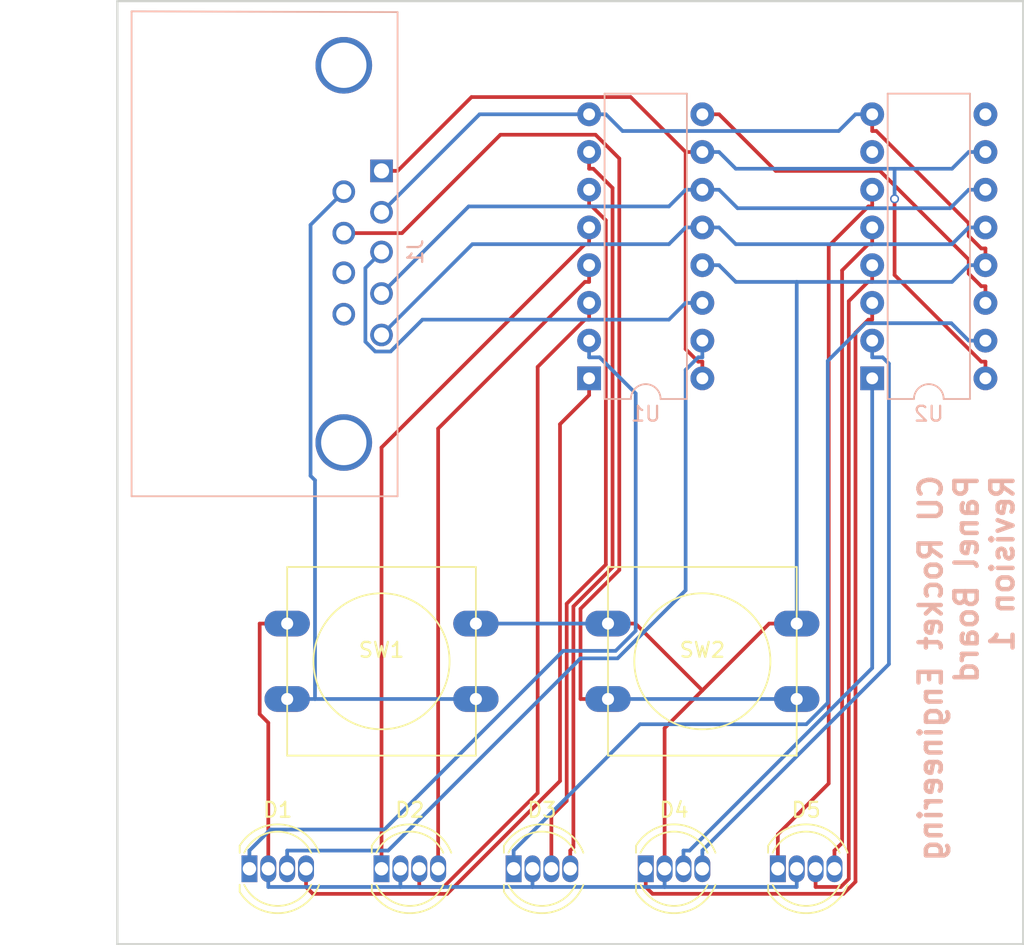
<source format=kicad_pcb>
(kicad_pcb (version 4) (host pcbnew 4.0.5)

  (general
    (links 42)
    (no_connects 0)
    (area 112.554999 61.244999 181.7 124.415)
    (thickness 1.6)
    (drawings 5)
    (tracks 215)
    (zones 0)
    (modules 10)
    (nets 26)
  )

  (page A4)
  (title_block
    (title Panel)
    (date 2017-03-28)
    (rev 1)
    (company "CU Rocket Engineering")
  )

  (layers
    (0 F.Cu signal)
    (31 B.Cu signal)
    (32 B.Adhes user)
    (33 F.Adhes user)
    (34 B.Paste user)
    (35 F.Paste user)
    (36 B.SilkS user)
    (37 F.SilkS user)
    (38 B.Mask user)
    (39 F.Mask user)
    (40 Dwgs.User user)
    (41 Cmts.User user)
    (42 Eco1.User user)
    (43 Eco2.User user)
    (44 Edge.Cuts user)
    (45 Margin user)
    (46 B.CrtYd user)
    (47 F.CrtYd user)
    (48 B.Fab user)
    (49 F.Fab user)
  )

  (setup
    (last_trace_width 0.25)
    (trace_clearance 0.2)
    (zone_clearance 0.508)
    (zone_45_only no)
    (trace_min 0.2)
    (segment_width 0.2)
    (edge_width 0.15)
    (via_size 0.6)
    (via_drill 0.4)
    (via_min_size 0.4)
    (via_min_drill 0.3)
    (uvia_size 0.3)
    (uvia_drill 0.1)
    (uvias_allowed no)
    (uvia_min_size 0.2)
    (uvia_min_drill 0.1)
    (pcb_text_width 0.3)
    (pcb_text_size 1.5 1.5)
    (mod_edge_width 0.15)
    (mod_text_size 1 1)
    (mod_text_width 0.15)
    (pad_size 1.524 1.524)
    (pad_drill 0.762)
    (pad_to_mask_clearance 0.2)
    (aux_axis_origin 0 0)
    (visible_elements FFFFFF7F)
    (pcbplotparams
      (layerselection 0x00030_80000001)
      (usegerberextensions false)
      (excludeedgelayer true)
      (linewidth 0.150000)
      (plotframeref false)
      (viasonmask false)
      (mode 1)
      (useauxorigin false)
      (hpglpennumber 1)
      (hpglpenspeed 20)
      (hpglpendiameter 15)
      (hpglpenoverlay 2)
      (psnegative false)
      (psa4output false)
      (plotreference true)
      (plotvalue true)
      (plotinvisibletext false)
      (padsonsilk false)
      (subtractmaskfromsilk false)
      (outputformat 1)
      (mirror false)
      (drillshape 1)
      (scaleselection 1)
      (outputdirectory ""))
  )

  (net 0 "")
  (net 1 "Net-(D1-Pad1)")
  (net 2 GND)
  (net 3 "Net-(D1-Pad3)")
  (net 4 "Net-(D1-Pad4)")
  (net 5 "Net-(D2-Pad1)")
  (net 6 "Net-(D2-Pad3)")
  (net 7 "Net-(D2-Pad4)")
  (net 8 "Net-(D3-Pad1)")
  (net 9 "Net-(D3-Pad3)")
  (net 10 "Net-(D3-Pad4)")
  (net 11 "Net-(D4-Pad1)")
  (net 12 "Net-(D4-Pad3)")
  (net 13 "Net-(D4-Pad4)")
  (net 14 "Net-(D5-Pad1)")
  (net 15 "Net-(D5-Pad3)")
  (net 16 "Net-(D5-Pad4)")
  (net 17 VCC)
  (net 18 "Net-(J1-Pad3)")
  (net 19 "Net-(J1-Pad4)")
  (net 20 "Net-(J1-Pad5)")
  (net 21 "Net-(J1-Pad6)")
  (net 22 "Net-(J1-Pad7)")
  (net 23 "Net-(U1-Pad9)")
  (net 24 "Net-(U2-Pad9)")
  (net 25 "Net-(U2-Pad7)")

  (net_class Default "This is the default net class."
    (clearance 0.2)
    (trace_width 0.25)
    (via_dia 0.6)
    (via_drill 0.4)
    (uvia_dia 0.3)
    (uvia_drill 0.1)
    (add_net GND)
    (add_net "Net-(D1-Pad1)")
    (add_net "Net-(D1-Pad3)")
    (add_net "Net-(D1-Pad4)")
    (add_net "Net-(D2-Pad1)")
    (add_net "Net-(D2-Pad3)")
    (add_net "Net-(D2-Pad4)")
    (add_net "Net-(D3-Pad1)")
    (add_net "Net-(D3-Pad3)")
    (add_net "Net-(D3-Pad4)")
    (add_net "Net-(D4-Pad1)")
    (add_net "Net-(D4-Pad3)")
    (add_net "Net-(D4-Pad4)")
    (add_net "Net-(D5-Pad1)")
    (add_net "Net-(D5-Pad3)")
    (add_net "Net-(D5-Pad4)")
    (add_net "Net-(J1-Pad3)")
    (add_net "Net-(J1-Pad4)")
    (add_net "Net-(J1-Pad5)")
    (add_net "Net-(J1-Pad6)")
    (add_net "Net-(J1-Pad7)")
    (add_net "Net-(U1-Pad9)")
    (add_net "Net-(U2-Pad7)")
    (add_net "Net-(U2-Pad9)")
    (add_net VCC)
  )

  (module LEDs:LED_D5.0mm-4 (layer F.Cu) (tedit 587A3A7B) (tstamp 58DACF12)
    (at 129.54 119.38)
    (descr "LED, diameter 5.0mm, 2 pins, diameter 5.0mm, 3 pins, diameter 5.0mm, 4 pins, http://www.kingbright.com/attachments/file/psearch/000/00/00/L-154A4SUREQBFZGEW(Ver.9A).pdf")
    (tags "LED diameter 5.0mm 2 pins diameter 5.0mm 3 pins diameter 5.0mm 4 pins")
    (path /58BF46E2)
    (fp_text reference D1 (at 1.905 -3.96) (layer F.SilkS)
      (effects (font (size 1 1) (thickness 0.15)))
    )
    (fp_text value Debug1 (at 1.905 3.96) (layer F.Fab)
      (effects (font (size 1 1) (thickness 0.15)))
    )
    (fp_arc (start 1.905 0) (end -0.595 -1.469694) (angle 299.1) (layer F.Fab) (width 0.1))
    (fp_arc (start 1.905 0) (end -0.655 -1.54483) (angle 127.7) (layer F.SilkS) (width 0.12))
    (fp_arc (start 1.905 0) (end -0.655 1.54483) (angle -127.7) (layer F.SilkS) (width 0.12))
    (fp_arc (start 1.905 0) (end -0.349684 -1.08) (angle 128.8) (layer F.SilkS) (width 0.12))
    (fp_arc (start 1.905 0) (end -0.349684 1.08) (angle -128.8) (layer F.SilkS) (width 0.12))
    (fp_circle (center 1.905 0) (end 4.405 0) (layer F.Fab) (width 0.1))
    (fp_line (start -0.595 -1.469694) (end -0.595 1.469694) (layer F.Fab) (width 0.1))
    (fp_line (start -0.655 -1.545) (end -0.655 -1.08) (layer F.SilkS) (width 0.12))
    (fp_line (start -0.655 1.08) (end -0.655 1.545) (layer F.SilkS) (width 0.12))
    (fp_line (start -1.35 -3.25) (end -1.35 3.25) (layer F.CrtYd) (width 0.05))
    (fp_line (start -1.35 3.25) (end 5.15 3.25) (layer F.CrtYd) (width 0.05))
    (fp_line (start 5.15 3.25) (end 5.15 -3.25) (layer F.CrtYd) (width 0.05))
    (fp_line (start 5.15 -3.25) (end -1.35 -3.25) (layer F.CrtYd) (width 0.05))
    (pad 1 thru_hole rect (at 0 0) (size 1.07 1.8) (drill 0.9) (layers *.Cu *.Mask)
      (net 1 "Net-(D1-Pad1)"))
    (pad 2 thru_hole oval (at 1.27 0) (size 1.07 1.8) (drill 0.9) (layers *.Cu *.Mask)
      (net 2 GND))
    (pad 3 thru_hole oval (at 2.54 0) (size 1.07 1.8) (drill 0.9) (layers *.Cu *.Mask)
      (net 3 "Net-(D1-Pad3)"))
    (pad 4 thru_hole oval (at 3.81 0) (size 1.07 1.8) (drill 0.9) (layers *.Cu *.Mask)
      (net 4 "Net-(D1-Pad4)"))
    (model LEDs.3dshapes/LED_D5.0mm-4.wrl
      (at (xyz 0 0 0))
      (scale (xyz 0.393701 0.393701 0.393701))
      (rotate (xyz 0 0 0))
    )
  )

  (module LEDs:LED_D5.0mm-4 (layer F.Cu) (tedit 587A3A7B) (tstamp 58DACF27)
    (at 138.43 119.38)
    (descr "LED, diameter 5.0mm, 2 pins, diameter 5.0mm, 3 pins, diameter 5.0mm, 4 pins, http://www.kingbright.com/attachments/file/psearch/000/00/00/L-154A4SUREQBFZGEW(Ver.9A).pdf")
    (tags "LED diameter 5.0mm 2 pins diameter 5.0mm 3 pins diameter 5.0mm 4 pins")
    (path /58BF478B)
    (fp_text reference D2 (at 1.905 -3.96) (layer F.SilkS)
      (effects (font (size 1 1) (thickness 0.15)))
    )
    (fp_text value Debug2 (at 1.905 3.96) (layer F.Fab)
      (effects (font (size 1 1) (thickness 0.15)))
    )
    (fp_arc (start 1.905 0) (end -0.595 -1.469694) (angle 299.1) (layer F.Fab) (width 0.1))
    (fp_arc (start 1.905 0) (end -0.655 -1.54483) (angle 127.7) (layer F.SilkS) (width 0.12))
    (fp_arc (start 1.905 0) (end -0.655 1.54483) (angle -127.7) (layer F.SilkS) (width 0.12))
    (fp_arc (start 1.905 0) (end -0.349684 -1.08) (angle 128.8) (layer F.SilkS) (width 0.12))
    (fp_arc (start 1.905 0) (end -0.349684 1.08) (angle -128.8) (layer F.SilkS) (width 0.12))
    (fp_circle (center 1.905 0) (end 4.405 0) (layer F.Fab) (width 0.1))
    (fp_line (start -0.595 -1.469694) (end -0.595 1.469694) (layer F.Fab) (width 0.1))
    (fp_line (start -0.655 -1.545) (end -0.655 -1.08) (layer F.SilkS) (width 0.12))
    (fp_line (start -0.655 1.08) (end -0.655 1.545) (layer F.SilkS) (width 0.12))
    (fp_line (start -1.35 -3.25) (end -1.35 3.25) (layer F.CrtYd) (width 0.05))
    (fp_line (start -1.35 3.25) (end 5.15 3.25) (layer F.CrtYd) (width 0.05))
    (fp_line (start 5.15 3.25) (end 5.15 -3.25) (layer F.CrtYd) (width 0.05))
    (fp_line (start 5.15 -3.25) (end -1.35 -3.25) (layer F.CrtYd) (width 0.05))
    (pad 1 thru_hole rect (at 0 0) (size 1.07 1.8) (drill 0.9) (layers *.Cu *.Mask)
      (net 5 "Net-(D2-Pad1)"))
    (pad 2 thru_hole oval (at 1.27 0) (size 1.07 1.8) (drill 0.9) (layers *.Cu *.Mask)
      (net 2 GND))
    (pad 3 thru_hole oval (at 2.54 0) (size 1.07 1.8) (drill 0.9) (layers *.Cu *.Mask)
      (net 6 "Net-(D2-Pad3)"))
    (pad 4 thru_hole oval (at 3.81 0) (size 1.07 1.8) (drill 0.9) (layers *.Cu *.Mask)
      (net 7 "Net-(D2-Pad4)"))
    (model LEDs.3dshapes/LED_D5.0mm-4.wrl
      (at (xyz 0 0 0))
      (scale (xyz 0.393701 0.393701 0.393701))
      (rotate (xyz 0 0 0))
    )
  )

  (module LEDs:LED_D5.0mm-4 (layer F.Cu) (tedit 587A3A7B) (tstamp 58DACF3C)
    (at 147.32 119.38)
    (descr "LED, diameter 5.0mm, 2 pins, diameter 5.0mm, 3 pins, diameter 5.0mm, 4 pins, http://www.kingbright.com/attachments/file/psearch/000/00/00/L-154A4SUREQBFZGEW(Ver.9A).pdf")
    (tags "LED diameter 5.0mm 2 pins diameter 5.0mm 3 pins diameter 5.0mm 4 pins")
    (path /58BF47CA)
    (fp_text reference D3 (at 1.905 -3.96) (layer F.SilkS)
      (effects (font (size 1 1) (thickness 0.15)))
    )
    (fp_text value Debug3 (at 1.905 3.96) (layer F.Fab)
      (effects (font (size 1 1) (thickness 0.15)))
    )
    (fp_arc (start 1.905 0) (end -0.595 -1.469694) (angle 299.1) (layer F.Fab) (width 0.1))
    (fp_arc (start 1.905 0) (end -0.655 -1.54483) (angle 127.7) (layer F.SilkS) (width 0.12))
    (fp_arc (start 1.905 0) (end -0.655 1.54483) (angle -127.7) (layer F.SilkS) (width 0.12))
    (fp_arc (start 1.905 0) (end -0.349684 -1.08) (angle 128.8) (layer F.SilkS) (width 0.12))
    (fp_arc (start 1.905 0) (end -0.349684 1.08) (angle -128.8) (layer F.SilkS) (width 0.12))
    (fp_circle (center 1.905 0) (end 4.405 0) (layer F.Fab) (width 0.1))
    (fp_line (start -0.595 -1.469694) (end -0.595 1.469694) (layer F.Fab) (width 0.1))
    (fp_line (start -0.655 -1.545) (end -0.655 -1.08) (layer F.SilkS) (width 0.12))
    (fp_line (start -0.655 1.08) (end -0.655 1.545) (layer F.SilkS) (width 0.12))
    (fp_line (start -1.35 -3.25) (end -1.35 3.25) (layer F.CrtYd) (width 0.05))
    (fp_line (start -1.35 3.25) (end 5.15 3.25) (layer F.CrtYd) (width 0.05))
    (fp_line (start 5.15 3.25) (end 5.15 -3.25) (layer F.CrtYd) (width 0.05))
    (fp_line (start 5.15 -3.25) (end -1.35 -3.25) (layer F.CrtYd) (width 0.05))
    (pad 1 thru_hole rect (at 0 0) (size 1.07 1.8) (drill 0.9) (layers *.Cu *.Mask)
      (net 8 "Net-(D3-Pad1)"))
    (pad 2 thru_hole oval (at 1.27 0) (size 1.07 1.8) (drill 0.9) (layers *.Cu *.Mask)
      (net 2 GND))
    (pad 3 thru_hole oval (at 2.54 0) (size 1.07 1.8) (drill 0.9) (layers *.Cu *.Mask)
      (net 9 "Net-(D3-Pad3)"))
    (pad 4 thru_hole oval (at 3.81 0) (size 1.07 1.8) (drill 0.9) (layers *.Cu *.Mask)
      (net 10 "Net-(D3-Pad4)"))
    (model LEDs.3dshapes/LED_D5.0mm-4.wrl
      (at (xyz 0 0 0))
      (scale (xyz 0.393701 0.393701 0.393701))
      (rotate (xyz 0 0 0))
    )
  )

  (module LEDs:LED_D5.0mm-4 (layer F.Cu) (tedit 587A3A7B) (tstamp 58DACF51)
    (at 156.21 119.38)
    (descr "LED, diameter 5.0mm, 2 pins, diameter 5.0mm, 3 pins, diameter 5.0mm, 4 pins, http://www.kingbright.com/attachments/file/psearch/000/00/00/L-154A4SUREQBFZGEW(Ver.9A).pdf")
    (tags "LED diameter 5.0mm 2 pins diameter 5.0mm 3 pins diameter 5.0mm 4 pins")
    (path /58BF4814)
    (fp_text reference D4 (at 1.905 -3.96) (layer F.SilkS)
      (effects (font (size 1 1) (thickness 0.15)))
    )
    (fp_text value Debug4 (at 1.905 3.96) (layer F.Fab)
      (effects (font (size 1 1) (thickness 0.15)))
    )
    (fp_arc (start 1.905 0) (end -0.595 -1.469694) (angle 299.1) (layer F.Fab) (width 0.1))
    (fp_arc (start 1.905 0) (end -0.655 -1.54483) (angle 127.7) (layer F.SilkS) (width 0.12))
    (fp_arc (start 1.905 0) (end -0.655 1.54483) (angle -127.7) (layer F.SilkS) (width 0.12))
    (fp_arc (start 1.905 0) (end -0.349684 -1.08) (angle 128.8) (layer F.SilkS) (width 0.12))
    (fp_arc (start 1.905 0) (end -0.349684 1.08) (angle -128.8) (layer F.SilkS) (width 0.12))
    (fp_circle (center 1.905 0) (end 4.405 0) (layer F.Fab) (width 0.1))
    (fp_line (start -0.595 -1.469694) (end -0.595 1.469694) (layer F.Fab) (width 0.1))
    (fp_line (start -0.655 -1.545) (end -0.655 -1.08) (layer F.SilkS) (width 0.12))
    (fp_line (start -0.655 1.08) (end -0.655 1.545) (layer F.SilkS) (width 0.12))
    (fp_line (start -1.35 -3.25) (end -1.35 3.25) (layer F.CrtYd) (width 0.05))
    (fp_line (start -1.35 3.25) (end 5.15 3.25) (layer F.CrtYd) (width 0.05))
    (fp_line (start 5.15 3.25) (end 5.15 -3.25) (layer F.CrtYd) (width 0.05))
    (fp_line (start 5.15 -3.25) (end -1.35 -3.25) (layer F.CrtYd) (width 0.05))
    (pad 1 thru_hole rect (at 0 0) (size 1.07 1.8) (drill 0.9) (layers *.Cu *.Mask)
      (net 11 "Net-(D4-Pad1)"))
    (pad 2 thru_hole oval (at 1.27 0) (size 1.07 1.8) (drill 0.9) (layers *.Cu *.Mask)
      (net 2 GND))
    (pad 3 thru_hole oval (at 2.54 0) (size 1.07 1.8) (drill 0.9) (layers *.Cu *.Mask)
      (net 12 "Net-(D4-Pad3)"))
    (pad 4 thru_hole oval (at 3.81 0) (size 1.07 1.8) (drill 0.9) (layers *.Cu *.Mask)
      (net 13 "Net-(D4-Pad4)"))
    (model LEDs.3dshapes/LED_D5.0mm-4.wrl
      (at (xyz 0 0 0))
      (scale (xyz 0.393701 0.393701 0.393701))
      (rotate (xyz 0 0 0))
    )
  )

  (module LEDs:LED_D5.0mm-4 (layer F.Cu) (tedit 587A3A7B) (tstamp 58DACF66)
    (at 165.1 119.38)
    (descr "LED, diameter 5.0mm, 2 pins, diameter 5.0mm, 3 pins, diameter 5.0mm, 4 pins, http://www.kingbright.com/attachments/file/psearch/000/00/00/L-154A4SUREQBFZGEW(Ver.9A).pdf")
    (tags "LED diameter 5.0mm 2 pins diameter 5.0mm 3 pins diameter 5.0mm 4 pins")
    (path /58BF485D)
    (fp_text reference D5 (at 1.905 -3.96) (layer F.SilkS)
      (effects (font (size 1 1) (thickness 0.15)))
    )
    (fp_text value Debug5 (at 1.905 3.96) (layer F.Fab)
      (effects (font (size 1 1) (thickness 0.15)))
    )
    (fp_arc (start 1.905 0) (end -0.595 -1.469694) (angle 299.1) (layer F.Fab) (width 0.1))
    (fp_arc (start 1.905 0) (end -0.655 -1.54483) (angle 127.7) (layer F.SilkS) (width 0.12))
    (fp_arc (start 1.905 0) (end -0.655 1.54483) (angle -127.7) (layer F.SilkS) (width 0.12))
    (fp_arc (start 1.905 0) (end -0.349684 -1.08) (angle 128.8) (layer F.SilkS) (width 0.12))
    (fp_arc (start 1.905 0) (end -0.349684 1.08) (angle -128.8) (layer F.SilkS) (width 0.12))
    (fp_circle (center 1.905 0) (end 4.405 0) (layer F.Fab) (width 0.1))
    (fp_line (start -0.595 -1.469694) (end -0.595 1.469694) (layer F.Fab) (width 0.1))
    (fp_line (start -0.655 -1.545) (end -0.655 -1.08) (layer F.SilkS) (width 0.12))
    (fp_line (start -0.655 1.08) (end -0.655 1.545) (layer F.SilkS) (width 0.12))
    (fp_line (start -1.35 -3.25) (end -1.35 3.25) (layer F.CrtYd) (width 0.05))
    (fp_line (start -1.35 3.25) (end 5.15 3.25) (layer F.CrtYd) (width 0.05))
    (fp_line (start 5.15 3.25) (end 5.15 -3.25) (layer F.CrtYd) (width 0.05))
    (fp_line (start 5.15 -3.25) (end -1.35 -3.25) (layer F.CrtYd) (width 0.05))
    (pad 1 thru_hole rect (at 0 0) (size 1.07 1.8) (drill 0.9) (layers *.Cu *.Mask)
      (net 14 "Net-(D5-Pad1)"))
    (pad 2 thru_hole oval (at 1.27 0) (size 1.07 1.8) (drill 0.9) (layers *.Cu *.Mask)
      (net 2 GND))
    (pad 3 thru_hole oval (at 2.54 0) (size 1.07 1.8) (drill 0.9) (layers *.Cu *.Mask)
      (net 15 "Net-(D5-Pad3)"))
    (pad 4 thru_hole oval (at 3.81 0) (size 1.07 1.8) (drill 0.9) (layers *.Cu *.Mask)
      (net 16 "Net-(D5-Pad4)"))
    (model LEDs.3dshapes/LED_D5.0mm-4.wrl
      (at (xyz 0 0 0))
      (scale (xyz 0.393701 0.393701 0.393701))
      (rotate (xyz 0 0 0))
    )
  )

  (module Connect:DB9FC (layer B.Cu) (tedit 587FDE78) (tstamp 58DACF87)
    (at 138.43 72.39 270)
    (descr "Connecteur DB9 femelle couche")
    (tags "CONN DB9")
    (path /58BF4208)
    (fp_text reference J1 (at 5.46 -2.28 270) (layer B.SilkS)
      (effects (font (size 1 1) (thickness 0.15)) (justify mirror))
    )
    (fp_text value PanelTerm (at 6.73 5.08 270) (layer B.Fab)
      (effects (font (size 1 1) (thickness 0.15)) (justify mirror))
    )
    (fp_line (start -10.74 16.82) (end -10.69 -1.08) (layer B.SilkS) (width 0.12))
    (fp_line (start -10.69 -1.08) (end 21.91 -1.08) (layer B.SilkS) (width 0.12))
    (fp_line (start 21.91 -1.08) (end 21.91 16.82) (layer B.SilkS) (width 0.12))
    (fp_line (start 21.91 16.82) (end -10.74 16.82) (layer B.SilkS) (width 0.12))
    (fp_line (start -10.67 -1.02) (end 21.84 -1.02) (layer B.Fab) (width 0.1))
    (fp_line (start 21.84 -1.02) (end 21.84 16.76) (layer B.Fab) (width 0.1))
    (fp_line (start 21.84 16.76) (end -10.67 16.76) (layer B.Fab) (width 0.1))
    (fp_line (start -10.67 16.76) (end -10.67 -1.02) (layer B.Fab) (width 0.1))
    (fp_line (start -3.56 16.76) (end -3.56 9.14) (layer B.Fab) (width 0.1))
    (fp_line (start -3.56 9.14) (end 14.73 9.14) (layer B.Fab) (width 0.1))
    (fp_line (start 14.73 9.14) (end 14.73 16.76) (layer B.Fab) (width 0.1))
    (fp_line (start -2.03 16.76) (end -2.03 25.4) (layer B.Fab) (width 0.1))
    (fp_line (start -2.03 25.4) (end 13.21 25.4) (layer B.Fab) (width 0.1))
    (fp_line (start 13.21 25.4) (end 13.21 16.76) (layer B.Fab) (width 0.1))
    (fp_line (start -10.92 25.65) (end 22.09 25.65) (layer B.CrtYd) (width 0.05))
    (fp_line (start -10.92 25.65) (end -10.92 -1.27) (layer B.CrtYd) (width 0.05))
    (fp_line (start 22.09 -1.27) (end 22.09 25.65) (layer B.CrtYd) (width 0.05))
    (fp_line (start 22.09 -1.27) (end -10.92 -1.27) (layer B.CrtYd) (width 0.05))
    (pad "" thru_hole circle (at 18.29 2.54 270) (size 3.81 3.81) (drill 3.05) (layers *.Cu *.Mask))
    (pad "" thru_hole circle (at -7.11 2.54 270) (size 3.81 3.81) (drill 3.05) (layers *.Cu *.Mask))
    (pad 1 thru_hole rect (at 0 0 270) (size 1.52 1.52) (drill 1.02) (layers *.Cu *.Mask)
      (net 17 VCC))
    (pad 2 thru_hole circle (at 2.79 0 270) (size 1.52 1.52) (drill 1.02) (layers *.Cu *.Mask)
      (net 2 GND))
    (pad 3 thru_hole circle (at 5.46 0 270) (size 1.52 1.52) (drill 1.02) (layers *.Cu *.Mask)
      (net 18 "Net-(J1-Pad3)"))
    (pad 4 thru_hole circle (at 8.26 0 270) (size 1.52 1.52) (drill 1.02) (layers *.Cu *.Mask)
      (net 19 "Net-(J1-Pad4)"))
    (pad 5 thru_hole circle (at 11.05 0 270) (size 1.52 1.52) (drill 1.02) (layers *.Cu *.Mask)
      (net 20 "Net-(J1-Pad5)"))
    (pad 6 thru_hole circle (at 1.4 2.54 270) (size 1.52 1.52) (drill 1.02) (layers *.Cu *.Mask)
      (net 21 "Net-(J1-Pad6)"))
    (pad 7 thru_hole circle (at 4.19 2.54 270) (size 1.52 1.52) (drill 1.02) (layers *.Cu *.Mask)
      (net 22 "Net-(J1-Pad7)"))
    (pad 8 thru_hole circle (at 6.86 2.54 270) (size 1.52 1.52) (drill 1.02) (layers *.Cu *.Mask))
    (pad 9 thru_hole circle (at 9.65 2.54 270) (size 1.52 1.52) (drill 1.02) (layers *.Cu *.Mask))
    (model Connectors.3dshapes/DB9FC.wrl
      (at (xyz 0.208661 0.05315 0))
      (scale (xyz 1 1 1))
      (rotate (xyz 0 0 0))
    )
  )

  (module Buttons_Switches_ThroughHole:SW_PUSH-12mm (layer F.Cu) (tedit 53FD9538) (tstamp 58DACF94)
    (at 138.43 105.41)
    (path /58BF46A2)
    (fp_text reference SW1 (at 0 -0.762) (layer F.SilkS)
      (effects (font (size 1 1) (thickness 0.15)))
    )
    (fp_text value ReadyButton (at 0 1.016) (layer F.Fab)
      (effects (font (size 1 1) (thickness 0.15)))
    )
    (fp_circle (center 0 0) (end 3.81 2.54) (layer F.SilkS) (width 0.12))
    (fp_line (start -6.35 -6.35) (end 6.35 -6.35) (layer F.SilkS) (width 0.12))
    (fp_line (start 6.35 -6.35) (end 6.35 6.35) (layer F.SilkS) (width 0.12))
    (fp_line (start 6.35 6.35) (end -6.35 6.35) (layer F.SilkS) (width 0.12))
    (fp_line (start -6.35 6.35) (end -6.35 -6.35) (layer F.SilkS) (width 0.12))
    (pad 1 thru_hole oval (at 6.35 -2.54) (size 3.048 1.7272) (drill 0.8128) (layers *.Cu *.Mask)
      (net 2 GND))
    (pad 2 thru_hole oval (at 6.35 2.54) (size 3.048 1.7272) (drill 0.8128) (layers *.Cu *.Mask)
      (net 21 "Net-(J1-Pad6)"))
    (pad 1 thru_hole oval (at -6.35 -2.54) (size 3.048 1.7272) (drill 0.8128) (layers *.Cu *.Mask)
      (net 2 GND))
    (pad 2 thru_hole oval (at -6.35 2.54) (size 3.048 1.7272) (drill 0.8128) (layers *.Cu *.Mask)
      (net 21 "Net-(J1-Pad6)"))
    (model Buttons_Switches_THT.3dshapes/SW_PUSH-12mm.wrl
      (at (xyz 0 0 0))
      (scale (xyz 4 4 4))
      (rotate (xyz 0 0 0))
    )
  )

  (module Buttons_Switches_ThroughHole:SW_PUSH-12mm (layer F.Cu) (tedit 53FD9538) (tstamp 58DACFA1)
    (at 160.02 105.41)
    (path /58BF4463)
    (fp_text reference SW2 (at 0 -0.762) (layer F.SilkS)
      (effects (font (size 1 1) (thickness 0.15)))
    )
    (fp_text value ResetButton (at 0 1.016) (layer F.Fab)
      (effects (font (size 1 1) (thickness 0.15)))
    )
    (fp_circle (center 0 0) (end 3.81 2.54) (layer F.SilkS) (width 0.12))
    (fp_line (start -6.35 -6.35) (end 6.35 -6.35) (layer F.SilkS) (width 0.12))
    (fp_line (start 6.35 -6.35) (end 6.35 6.35) (layer F.SilkS) (width 0.12))
    (fp_line (start 6.35 6.35) (end -6.35 6.35) (layer F.SilkS) (width 0.12))
    (fp_line (start -6.35 6.35) (end -6.35 -6.35) (layer F.SilkS) (width 0.12))
    (pad 1 thru_hole oval (at 6.35 -2.54) (size 3.048 1.7272) (drill 0.8128) (layers *.Cu *.Mask)
      (net 2 GND))
    (pad 2 thru_hole oval (at 6.35 2.54) (size 3.048 1.7272) (drill 0.8128) (layers *.Cu *.Mask)
      (net 22 "Net-(J1-Pad7)"))
    (pad 1 thru_hole oval (at -6.35 -2.54) (size 3.048 1.7272) (drill 0.8128) (layers *.Cu *.Mask)
      (net 2 GND))
    (pad 2 thru_hole oval (at -6.35 2.54) (size 3.048 1.7272) (drill 0.8128) (layers *.Cu *.Mask)
      (net 22 "Net-(J1-Pad7)"))
    (model Buttons_Switches_THT.3dshapes/SW_PUSH-12mm.wrl
      (at (xyz 0 0 0))
      (scale (xyz 4 4 4))
      (rotate (xyz 0 0 0))
    )
  )

  (module Housings_DIP:DIP-16_W7.62mm (layer B.Cu) (tedit 586281B4) (tstamp 58DACFC4)
    (at 152.4 86.36)
    (descr "16-lead dip package, row spacing 7.62 mm (300 mils)")
    (tags "DIL DIP PDIP 2.54mm 7.62mm 300mil")
    (path /58BF490E)
    (fp_text reference U1 (at 3.81 2.39) (layer B.SilkS)
      (effects (font (size 1 1) (thickness 0.15)) (justify mirror))
    )
    (fp_text value 74HC595 (at 3.81 -20.17) (layer B.Fab)
      (effects (font (size 1 1) (thickness 0.15)) (justify mirror))
    )
    (fp_arc (start 3.81 1.39) (end 2.81 1.39) (angle 180) (layer B.SilkS) (width 0.12))
    (fp_line (start 1.635 1.27) (end 6.985 1.27) (layer B.Fab) (width 0.1))
    (fp_line (start 6.985 1.27) (end 6.985 -19.05) (layer B.Fab) (width 0.1))
    (fp_line (start 6.985 -19.05) (end 0.635 -19.05) (layer B.Fab) (width 0.1))
    (fp_line (start 0.635 -19.05) (end 0.635 0.27) (layer B.Fab) (width 0.1))
    (fp_line (start 0.635 0.27) (end 1.635 1.27) (layer B.Fab) (width 0.1))
    (fp_line (start 2.81 1.39) (end 1.04 1.39) (layer B.SilkS) (width 0.12))
    (fp_line (start 1.04 1.39) (end 1.04 -19.17) (layer B.SilkS) (width 0.12))
    (fp_line (start 1.04 -19.17) (end 6.58 -19.17) (layer B.SilkS) (width 0.12))
    (fp_line (start 6.58 -19.17) (end 6.58 1.39) (layer B.SilkS) (width 0.12))
    (fp_line (start 6.58 1.39) (end 4.81 1.39) (layer B.SilkS) (width 0.12))
    (fp_line (start -1.1 1.6) (end -1.1 -19.3) (layer B.CrtYd) (width 0.05))
    (fp_line (start -1.1 -19.3) (end 8.7 -19.3) (layer B.CrtYd) (width 0.05))
    (fp_line (start 8.7 -19.3) (end 8.7 1.6) (layer B.CrtYd) (width 0.05))
    (fp_line (start 8.7 1.6) (end -1.1 1.6) (layer B.CrtYd) (width 0.05))
    (pad 1 thru_hole rect (at 0 0) (size 1.6 1.6) (drill 0.8) (layers *.Cu *.Mask)
      (net 4 "Net-(D1-Pad4)"))
    (pad 9 thru_hole oval (at 7.62 -17.78) (size 1.6 1.6) (drill 0.8) (layers *.Cu *.Mask)
      (net 23 "Net-(U1-Pad9)"))
    (pad 2 thru_hole oval (at 0 -2.54) (size 1.6 1.6) (drill 0.8) (layers *.Cu *.Mask)
      (net 1 "Net-(D1-Pad1)"))
    (pad 10 thru_hole oval (at 7.62 -15.24) (size 1.6 1.6) (drill 0.8) (layers *.Cu *.Mask)
      (net 17 VCC))
    (pad 3 thru_hole oval (at 0 -5.08) (size 1.6 1.6) (drill 0.8) (layers *.Cu *.Mask)
      (net 6 "Net-(D2-Pad3)"))
    (pad 11 thru_hole oval (at 7.62 -12.7) (size 1.6 1.6) (drill 0.8) (layers *.Cu *.Mask)
      (net 19 "Net-(J1-Pad4)"))
    (pad 4 thru_hole oval (at 0 -7.62) (size 1.6 1.6) (drill 0.8) (layers *.Cu *.Mask)
      (net 7 "Net-(D2-Pad4)"))
    (pad 12 thru_hole oval (at 7.62 -10.16) (size 1.6 1.6) (drill 0.8) (layers *.Cu *.Mask)
      (net 20 "Net-(J1-Pad5)"))
    (pad 5 thru_hole oval (at 0 -10.16) (size 1.6 1.6) (drill 0.8) (layers *.Cu *.Mask)
      (net 5 "Net-(D2-Pad1)"))
    (pad 13 thru_hole oval (at 7.62 -7.62) (size 1.6 1.6) (drill 0.8) (layers *.Cu *.Mask)
      (net 2 GND))
    (pad 6 thru_hole oval (at 0 -12.7) (size 1.6 1.6) (drill 0.8) (layers *.Cu *.Mask)
      (net 9 "Net-(D3-Pad3)"))
    (pad 14 thru_hole oval (at 7.62 -5.08) (size 1.6 1.6) (drill 0.8) (layers *.Cu *.Mask)
      (net 18 "Net-(J1-Pad3)"))
    (pad 7 thru_hole oval (at 0 -15.24) (size 1.6 1.6) (drill 0.8) (layers *.Cu *.Mask)
      (net 10 "Net-(D3-Pad4)"))
    (pad 15 thru_hole oval (at 7.62 -2.54) (size 1.6 1.6) (drill 0.8) (layers *.Cu *.Mask)
      (net 3 "Net-(D1-Pad3)"))
    (pad 8 thru_hole oval (at 0 -17.78) (size 1.6 1.6) (drill 0.8) (layers *.Cu *.Mask)
      (net 2 GND))
    (pad 16 thru_hole oval (at 7.62 0) (size 1.6 1.6) (drill 0.8) (layers *.Cu *.Mask)
      (net 17 VCC))
    (model Housings_DIP.3dshapes/DIP-16_W7.62mm.wrl
      (at (xyz 0 0 0))
      (scale (xyz 1 1 1))
      (rotate (xyz 0 0 0))
    )
  )

  (module Housings_DIP:DIP-16_W7.62mm (layer B.Cu) (tedit 586281B4) (tstamp 58DACFE7)
    (at 171.45 86.36)
    (descr "16-lead dip package, row spacing 7.62 mm (300 mils)")
    (tags "DIL DIP PDIP 2.54mm 7.62mm 300mil")
    (path /58BF4B51)
    (fp_text reference U2 (at 3.81 2.39) (layer B.SilkS)
      (effects (font (size 1 1) (thickness 0.15)) (justify mirror))
    )
    (fp_text value 74HC595 (at 3.81 -20.17) (layer B.Fab)
      (effects (font (size 1 1) (thickness 0.15)) (justify mirror))
    )
    (fp_arc (start 3.81 1.39) (end 2.81 1.39) (angle 180) (layer B.SilkS) (width 0.12))
    (fp_line (start 1.635 1.27) (end 6.985 1.27) (layer B.Fab) (width 0.1))
    (fp_line (start 6.985 1.27) (end 6.985 -19.05) (layer B.Fab) (width 0.1))
    (fp_line (start 6.985 -19.05) (end 0.635 -19.05) (layer B.Fab) (width 0.1))
    (fp_line (start 0.635 -19.05) (end 0.635 0.27) (layer B.Fab) (width 0.1))
    (fp_line (start 0.635 0.27) (end 1.635 1.27) (layer B.Fab) (width 0.1))
    (fp_line (start 2.81 1.39) (end 1.04 1.39) (layer B.SilkS) (width 0.12))
    (fp_line (start 1.04 1.39) (end 1.04 -19.17) (layer B.SilkS) (width 0.12))
    (fp_line (start 1.04 -19.17) (end 6.58 -19.17) (layer B.SilkS) (width 0.12))
    (fp_line (start 6.58 -19.17) (end 6.58 1.39) (layer B.SilkS) (width 0.12))
    (fp_line (start 6.58 1.39) (end 4.81 1.39) (layer B.SilkS) (width 0.12))
    (fp_line (start -1.1 1.6) (end -1.1 -19.3) (layer B.CrtYd) (width 0.05))
    (fp_line (start -1.1 -19.3) (end 8.7 -19.3) (layer B.CrtYd) (width 0.05))
    (fp_line (start 8.7 -19.3) (end 8.7 1.6) (layer B.CrtYd) (width 0.05))
    (fp_line (start 8.7 1.6) (end -1.1 1.6) (layer B.CrtYd) (width 0.05))
    (pad 1 thru_hole rect (at 0 0) (size 1.6 1.6) (drill 0.8) (layers *.Cu *.Mask)
      (net 12 "Net-(D4-Pad3)"))
    (pad 9 thru_hole oval (at 7.62 -17.78) (size 1.6 1.6) (drill 0.8) (layers *.Cu *.Mask)
      (net 24 "Net-(U2-Pad9)"))
    (pad 2 thru_hole oval (at 0 -2.54) (size 1.6 1.6) (drill 0.8) (layers *.Cu *.Mask)
      (net 13 "Net-(D4-Pad4)"))
    (pad 10 thru_hole oval (at 7.62 -15.24) (size 1.6 1.6) (drill 0.8) (layers *.Cu *.Mask)
      (net 17 VCC))
    (pad 3 thru_hole oval (at 0 -5.08) (size 1.6 1.6) (drill 0.8) (layers *.Cu *.Mask)
      (net 11 "Net-(D4-Pad1)"))
    (pad 11 thru_hole oval (at 7.62 -12.7) (size 1.6 1.6) (drill 0.8) (layers *.Cu *.Mask)
      (net 19 "Net-(J1-Pad4)"))
    (pad 4 thru_hole oval (at 0 -7.62) (size 1.6 1.6) (drill 0.8) (layers *.Cu *.Mask)
      (net 15 "Net-(D5-Pad3)"))
    (pad 12 thru_hole oval (at 7.62 -10.16) (size 1.6 1.6) (drill 0.8) (layers *.Cu *.Mask)
      (net 20 "Net-(J1-Pad5)"))
    (pad 5 thru_hole oval (at 0 -10.16) (size 1.6 1.6) (drill 0.8) (layers *.Cu *.Mask)
      (net 16 "Net-(D5-Pad4)"))
    (pad 13 thru_hole oval (at 7.62 -7.62) (size 1.6 1.6) (drill 0.8) (layers *.Cu *.Mask)
      (net 2 GND))
    (pad 6 thru_hole oval (at 0 -12.7) (size 1.6 1.6) (drill 0.8) (layers *.Cu *.Mask)
      (net 14 "Net-(D5-Pad1)"))
    (pad 14 thru_hole oval (at 7.62 -5.08) (size 1.6 1.6) (drill 0.8) (layers *.Cu *.Mask)
      (net 23 "Net-(U1-Pad9)"))
    (pad 7 thru_hole oval (at 0 -15.24) (size 1.6 1.6) (drill 0.8) (layers *.Cu *.Mask)
      (net 25 "Net-(U2-Pad7)"))
    (pad 15 thru_hole oval (at 7.62 -2.54) (size 1.6 1.6) (drill 0.8) (layers *.Cu *.Mask)
      (net 8 "Net-(D3-Pad1)"))
    (pad 8 thru_hole oval (at 0 -17.78) (size 1.6 1.6) (drill 0.8) (layers *.Cu *.Mask)
      (net 2 GND))
    (pad 16 thru_hole oval (at 7.62 0) (size 1.6 1.6) (drill 0.8) (layers *.Cu *.Mask)
      (net 17 VCC))
    (model Housings_DIP.3dshapes/DIP-16_W7.62mm.wrl
      (at (xyz 0 0 0))
      (scale (xyz 1 1 1))
      (rotate (xyz 0 0 0))
    )
  )

  (gr_line (start 120.65 124.46) (end 120.65 60.96) (angle 90) (layer Edge.Cuts) (width 0.15))
  (gr_line (start 181.61 124.46) (end 120.65 124.46) (angle 90) (layer Edge.Cuts) (width 0.15))
  (gr_line (start 181.61 60.96) (end 181.61 124.46) (angle 90) (layer Edge.Cuts) (width 0.15))
  (gr_line (start 120.65 60.96) (end 181.61 60.96) (angle 90) (layer Edge.Cuts) (width 0.15))
  (gr_text "CU Rocket Engineering\nPanel Board\nRevision 1" (at 177.8 92.71 90) (layer B.SilkS)
    (effects (font (size 1.5 1.5) (thickness 0.3)) (justify left mirror))
  )

  (segment (start 152.4 83.82) (end 152.4 84.9453) (width 0.25) (layer B.Cu) (net 1))
  (segment (start 129.54 119.38) (end 129.54 118.1547) (width 0.25) (layer B.Cu) (net 1))
  (segment (start 130.9558 116.7389) (end 129.54 118.1547) (width 0.25) (layer B.Cu) (net 1))
  (segment (start 138.6237 116.7389) (end 130.9558 116.7389) (width 0.25) (layer B.Cu) (net 1))
  (segment (start 150.6544 104.7082) (end 138.6237 116.7389) (width 0.25) (layer B.Cu) (net 1))
  (segment (start 154.1836 104.7082) (end 150.6544 104.7082) (width 0.25) (layer B.Cu) (net 1))
  (segment (start 155.5336 103.3582) (end 154.1836 104.7082) (width 0.25) (layer B.Cu) (net 1))
  (segment (start 155.5336 87.3756) (end 155.5336 103.3582) (width 0.25) (layer B.Cu) (net 1))
  (segment (start 153.1033 84.9453) (end 155.5336 87.3756) (width 0.25) (layer B.Cu) (net 1))
  (segment (start 152.4 84.9453) (end 153.1033 84.9453) (width 0.25) (layer B.Cu) (net 1))
  (segment (start 179.07 78.74) (end 177.9447 78.74) (width 0.25) (layer B.Cu) (net 2))
  (segment (start 160.02 78.74) (end 161.1453 78.74) (width 0.25) (layer B.Cu) (net 2))
  (segment (start 153.67 102.87) (end 144.78 102.87) (width 0.25) (layer B.Cu) (net 2))
  (segment (start 130.81 109.5486) (end 130.81 119.38) (width 0.25) (layer F.Cu) (net 2))
  (segment (start 130.2307 108.9693) (end 130.81 109.5486) (width 0.25) (layer F.Cu) (net 2))
  (segment (start 130.2307 102.87) (end 130.2307 108.9693) (width 0.25) (layer F.Cu) (net 2))
  (segment (start 132.08 102.87) (end 130.2307 102.87) (width 0.25) (layer F.Cu) (net 2))
  (segment (start 139.7 119.38) (end 139.7 120.6053) (width 0.25) (layer B.Cu) (net 2))
  (segment (start 130.81 119.38) (end 130.81 120.6053) (width 0.25) (layer B.Cu) (net 2))
  (segment (start 145.03 68.58) (end 138.43 75.18) (width 0.25) (layer B.Cu) (net 2))
  (segment (start 152.4 68.58) (end 145.03 68.58) (width 0.25) (layer B.Cu) (net 2))
  (segment (start 154.6506 69.7053) (end 153.5253 68.58) (width 0.25) (layer B.Cu) (net 2))
  (segment (start 169.1994 69.7053) (end 154.6506 69.7053) (width 0.25) (layer B.Cu) (net 2))
  (segment (start 170.3247 68.58) (end 169.1994 69.7053) (width 0.25) (layer B.Cu) (net 2))
  (segment (start 171.45 68.58) (end 170.3247 68.58) (width 0.25) (layer B.Cu) (net 2))
  (segment (start 152.4 68.58) (end 153.5253 68.58) (width 0.25) (layer B.Cu) (net 2))
  (segment (start 130.81 120.6053) (end 139.7 120.6053) (width 0.25) (layer B.Cu) (net 2))
  (segment (start 139.7 120.6053) (end 148.59 120.6053) (width 0.25) (layer B.Cu) (net 2))
  (segment (start 148.59 119.38) (end 148.59 120.6053) (width 0.25) (layer B.Cu) (net 2))
  (segment (start 178.7886 77.6147) (end 179.07 77.6147) (width 0.25) (layer F.Cu) (net 2))
  (segment (start 177.9447 76.7708) (end 178.7886 77.6147) (width 0.25) (layer F.Cu) (net 2))
  (segment (start 177.9447 75.9186) (end 177.9447 76.7708) (width 0.25) (layer F.Cu) (net 2))
  (segment (start 171.7314 69.7053) (end 177.9447 75.9186) (width 0.25) (layer F.Cu) (net 2))
  (segment (start 171.45 69.7053) (end 171.7314 69.7053) (width 0.25) (layer F.Cu) (net 2))
  (segment (start 171.45 68.58) (end 171.45 69.7053) (width 0.25) (layer F.Cu) (net 2))
  (segment (start 179.07 78.74) (end 179.07 77.6147) (width 0.25) (layer F.Cu) (net 2))
  (segment (start 157.48 120.6053) (end 148.59 120.6053) (width 0.25) (layer B.Cu) (net 2))
  (segment (start 157.48 119.38) (end 157.48 120.4927) (width 0.25) (layer B.Cu) (net 2))
  (segment (start 157.48 120.4927) (end 157.48 120.6053) (width 0.25) (layer B.Cu) (net 2))
  (segment (start 157.48 120.6053) (end 166.37 120.6053) (width 0.25) (layer B.Cu) (net 2))
  (segment (start 166.37 119.38) (end 166.37 120.6053) (width 0.25) (layer B.Cu) (net 2))
  (segment (start 166.37 79.8653) (end 166.37 102.87) (width 0.25) (layer B.Cu) (net 2))
  (segment (start 176.8194 79.8653) (end 166.37 79.8653) (width 0.25) (layer B.Cu) (net 2))
  (segment (start 177.9447 78.74) (end 176.8194 79.8653) (width 0.25) (layer B.Cu) (net 2))
  (segment (start 162.2706 79.8653) (end 161.1453 78.74) (width 0.25) (layer B.Cu) (net 2))
  (segment (start 166.37 79.8653) (end 162.2706 79.8653) (width 0.25) (layer B.Cu) (net 2))
  (segment (start 166.37 102.87) (end 164.5207 102.87) (width 0.25) (layer F.Cu) (net 2))
  (segment (start 153.67 102.87) (end 155.5193 102.87) (width 0.25) (layer F.Cu) (net 2))
  (segment (start 155.5193 102.87) (end 160.02 107.3707) (width 0.25) (layer F.Cu) (net 2))
  (segment (start 164.5207 102.87) (end 160.02 107.3707) (width 0.25) (layer F.Cu) (net 2))
  (segment (start 157.48 109.9107) (end 157.48 119.38) (width 0.25) (layer F.Cu) (net 2))
  (segment (start 160.02 107.3707) (end 157.48 109.9107) (width 0.25) (layer F.Cu) (net 2))
  (segment (start 138.879 118.1547) (end 132.08 118.1547) (width 0.25) (layer B.Cu) (net 3))
  (segment (start 151.8206 105.2131) (end 138.879 118.1547) (width 0.25) (layer B.Cu) (net 3))
  (segment (start 154.3156 105.2131) (end 151.8206 105.2131) (width 0.25) (layer B.Cu) (net 3))
  (segment (start 158.8947 100.634) (end 154.3156 105.2131) (width 0.25) (layer B.Cu) (net 3))
  (segment (start 158.8947 85.7892) (end 158.8947 100.634) (width 0.25) (layer B.Cu) (net 3))
  (segment (start 159.7386 84.9453) (end 158.8947 85.7892) (width 0.25) (layer B.Cu) (net 3))
  (segment (start 160.02 84.9453) (end 159.7386 84.9453) (width 0.25) (layer B.Cu) (net 3))
  (segment (start 160.02 83.82) (end 160.02 84.9453) (width 0.25) (layer B.Cu) (net 3))
  (segment (start 132.08 119.38) (end 132.08 118.1547) (width 0.25) (layer B.Cu) (net 3))
  (segment (start 133.35 119.38) (end 133.35 120.6053) (width 0.25) (layer F.Cu) (net 4))
  (segment (start 152.4 86.36) (end 152.4 87.4853) (width 0.25) (layer F.Cu) (net 4))
  (segment (start 133.8145 121.0698) (end 133.35 120.6053) (width 0.25) (layer F.Cu) (net 4))
  (segment (start 142.8409 121.0698) (end 133.8145 121.0698) (width 0.25) (layer F.Cu) (net 4))
  (segment (start 150.4406 113.4701) (end 142.8409 121.0698) (width 0.25) (layer F.Cu) (net 4))
  (segment (start 150.4406 89.4447) (end 150.4406 113.4701) (width 0.25) (layer F.Cu) (net 4))
  (segment (start 152.4 87.4853) (end 150.4406 89.4447) (width 0.25) (layer F.Cu) (net 4))
  (segment (start 138.43 91.014) (end 138.43 119.38) (width 0.25) (layer F.Cu) (net 5))
  (segment (start 152.1187 77.3253) (end 138.43 91.014) (width 0.25) (layer F.Cu) (net 5))
  (segment (start 152.4 77.3253) (end 152.1187 77.3253) (width 0.25) (layer F.Cu) (net 5))
  (segment (start 152.4 76.2) (end 152.4 77.3253) (width 0.25) (layer F.Cu) (net 5))
  (segment (start 152.4 81.28) (end 152.4 82.4053) (width 0.25) (layer F.Cu) (net 6))
  (segment (start 140.97 119.38) (end 140.97 120.6053) (width 0.25) (layer F.Cu) (net 6))
  (segment (start 152.1187 82.4053) (end 152.4 82.4053) (width 0.25) (layer F.Cu) (net 6))
  (segment (start 148.9376 85.5864) (end 152.1187 82.4053) (width 0.25) (layer F.Cu) (net 6))
  (segment (start 148.9376 114.2765) (end 148.9376 85.5864) (width 0.25) (layer F.Cu) (net 6))
  (segment (start 142.6088 120.6053) (end 148.9376 114.2765) (width 0.25) (layer F.Cu) (net 6))
  (segment (start 140.97 120.6053) (end 142.6088 120.6053) (width 0.25) (layer F.Cu) (net 6))
  (segment (start 142.24 89.744) (end 142.24 119.38) (width 0.25) (layer F.Cu) (net 7))
  (segment (start 152.1187 79.8653) (end 142.24 89.744) (width 0.25) (layer F.Cu) (net 7))
  (segment (start 152.4 79.8653) (end 152.1187 79.8653) (width 0.25) (layer F.Cu) (net 7))
  (segment (start 152.4 78.74) (end 152.4 79.8653) (width 0.25) (layer F.Cu) (net 7))
  (segment (start 179.07 83.82) (end 177.9447 83.82) (width 0.25) (layer B.Cu) (net 8))
  (segment (start 147.32 119.38) (end 147.32 118.1547) (width 0.25) (layer B.Cu) (net 8))
  (segment (start 155.8252 109.6495) (end 147.32 118.1547) (width 0.25) (layer B.Cu) (net 8))
  (segment (start 167.0165 109.6495) (end 155.8252 109.6495) (width 0.25) (layer B.Cu) (net 8))
  (segment (start 168.4597 108.2063) (end 167.0165 109.6495) (width 0.25) (layer B.Cu) (net 8))
  (segment (start 168.4597 85.186) (end 168.4597 108.2063) (width 0.25) (layer B.Cu) (net 8))
  (segment (start 170.9993 82.6464) (end 168.4597 85.186) (width 0.25) (layer B.Cu) (net 8))
  (segment (start 176.7711 82.6464) (end 170.9993 82.6464) (width 0.25) (layer B.Cu) (net 8))
  (segment (start 177.9447 83.82) (end 176.7711 82.6464) (width 0.25) (layer B.Cu) (net 8))
  (segment (start 152.4 73.66) (end 152.4 74.7853) (width 0.25) (layer F.Cu) (net 9))
  (segment (start 149.86 115.8415) (end 149.86 119.38) (width 0.25) (layer F.Cu) (net 9))
  (segment (start 150.8909 114.8106) (end 149.86 115.8415) (width 0.25) (layer F.Cu) (net 9))
  (segment (start 150.8909 101.5329) (end 150.8909 114.8106) (width 0.25) (layer F.Cu) (net 9))
  (segment (start 153.5253 98.8985) (end 150.8909 101.5329) (width 0.25) (layer F.Cu) (net 9))
  (segment (start 153.5253 75.7178) (end 153.5253 98.8985) (width 0.25) (layer F.Cu) (net 9))
  (segment (start 152.5928 74.7853) (end 153.5253 75.7178) (width 0.25) (layer F.Cu) (net 9))
  (segment (start 152.4 74.7853) (end 152.5928 74.7853) (width 0.25) (layer F.Cu) (net 9))
  (segment (start 151.13 119.38) (end 151.13 118.1547) (width 0.25) (layer F.Cu) (net 10))
  (segment (start 152.4 71.12) (end 152.4 72.2453) (width 0.25) (layer F.Cu) (net 10))
  (segment (start 151.3412 117.9435) (end 151.13 118.1547) (width 0.25) (layer F.Cu) (net 10))
  (segment (start 151.3412 101.7195) (end 151.3412 117.9435) (width 0.25) (layer F.Cu) (net 10))
  (segment (start 153.9756 99.0851) (end 151.3412 101.7195) (width 0.25) (layer F.Cu) (net 10))
  (segment (start 153.9756 73.5395) (end 153.9756 99.0851) (width 0.25) (layer F.Cu) (net 10))
  (segment (start 152.6814 72.2453) (end 153.9756 73.5395) (width 0.25) (layer F.Cu) (net 10))
  (segment (start 152.4 72.2453) (end 152.6814 72.2453) (width 0.25) (layer F.Cu) (net 10))
  (segment (start 156.6713 121.0666) (end 156.21 120.6053) (width 0.25) (layer F.Cu) (net 11))
  (segment (start 169.5112 121.0666) (end 156.6713 121.0666) (width 0.25) (layer F.Cu) (net 11))
  (segment (start 170.3247 120.2531) (end 169.5112 121.0666) (width 0.25) (layer F.Cu) (net 11))
  (segment (start 170.3247 83.2803) (end 170.3247 120.2531) (width 0.25) (layer F.Cu) (net 11))
  (segment (start 171.1997 82.4053) (end 170.3247 83.2803) (width 0.25) (layer F.Cu) (net 11))
  (segment (start 171.45 82.4053) (end 171.1997 82.4053) (width 0.25) (layer F.Cu) (net 11))
  (segment (start 171.45 81.28) (end 171.45 82.4053) (width 0.25) (layer F.Cu) (net 11))
  (segment (start 156.21 119.38) (end 156.21 120.6053) (width 0.25) (layer F.Cu) (net 11))
  (segment (start 159.1579 118.1547) (end 158.75 118.1547) (width 0.25) (layer B.Cu) (net 12))
  (segment (start 171.45 105.8626) (end 159.1579 118.1547) (width 0.25) (layer B.Cu) (net 12))
  (segment (start 171.45 86.36) (end 171.45 105.8626) (width 0.25) (layer B.Cu) (net 12))
  (segment (start 158.75 119.38) (end 158.75 118.1547) (width 0.25) (layer B.Cu) (net 12))
  (segment (start 171.45 83.82) (end 171.45 84.9453) (width 0.25) (layer B.Cu) (net 13))
  (segment (start 160.02 119.38) (end 160.02 118.1547) (width 0.25) (layer B.Cu) (net 13))
  (segment (start 172.1533 84.9453) (end 171.45 84.9453) (width 0.25) (layer B.Cu) (net 13))
  (segment (start 172.5754 85.3674) (end 172.1533 84.9453) (width 0.25) (layer B.Cu) (net 13))
  (segment (start 172.5754 105.5993) (end 172.5754 85.3674) (width 0.25) (layer B.Cu) (net 13))
  (segment (start 160.02 118.1547) (end 172.5754 105.5993) (width 0.25) (layer B.Cu) (net 13))
  (segment (start 171.45 73.66) (end 171.45 74.7853) (width 0.25) (layer F.Cu) (net 14))
  (segment (start 165.1 117.0587) (end 165.1 119.38) (width 0.25) (layer F.Cu) (net 14))
  (segment (start 168.5235 113.6352) (end 165.1 117.0587) (width 0.25) (layer F.Cu) (net 14))
  (segment (start 168.5235 77.4512) (end 168.5235 113.6352) (width 0.25) (layer F.Cu) (net 14))
  (segment (start 171.1894 74.7853) (end 168.5235 77.4512) (width 0.25) (layer F.Cu) (net 14))
  (segment (start 171.45 74.7853) (end 171.1894 74.7853) (width 0.25) (layer F.Cu) (net 14))
  (segment (start 171.45 78.74) (end 171.45 79.8653) (width 0.25) (layer F.Cu) (net 15))
  (segment (start 167.64 119.38) (end 167.64 120.6053) (width 0.25) (layer F.Cu) (net 15))
  (segment (start 169.3303 120.6053) (end 167.64 120.6053) (width 0.25) (layer F.Cu) (net 15))
  (segment (start 169.8744 120.0612) (end 169.3303 120.6053) (width 0.25) (layer F.Cu) (net 15))
  (segment (start 169.8744 81.1595) (end 169.8744 120.0612) (width 0.25) (layer F.Cu) (net 15))
  (segment (start 171.1686 79.8653) (end 169.8744 81.1595) (width 0.25) (layer F.Cu) (net 15))
  (segment (start 171.45 79.8653) (end 171.1686 79.8653) (width 0.25) (layer F.Cu) (net 15))
  (segment (start 171.45 76.2) (end 171.45 77.3253) (width 0.25) (layer F.Cu) (net 16))
  (segment (start 168.91 119.38) (end 168.91 118.1547) (width 0.25) (layer F.Cu) (net 16))
  (segment (start 169.4241 117.6406) (end 168.91 118.1547) (width 0.25) (layer F.Cu) (net 16))
  (segment (start 169.4241 79.0906) (end 169.4241 117.6406) (width 0.25) (layer F.Cu) (net 16))
  (segment (start 171.1894 77.3253) (end 169.4241 79.0906) (width 0.25) (layer F.Cu) (net 16))
  (segment (start 171.45 77.3253) (end 171.1894 77.3253) (width 0.25) (layer F.Cu) (net 16))
  (via (at 172.9557 74.2752) (size 0.6) (layers F.Cu B.Cu) (net 17))
  (segment (start 179.07 71.12) (end 177.9447 71.12) (width 0.25) (layer B.Cu) (net 17))
  (segment (start 179.07 86.36) (end 179.07 85.2347) (width 0.25) (layer F.Cu) (net 17))
  (segment (start 160.02 71.12) (end 161.1453 71.12) (width 0.25) (layer B.Cu) (net 17))
  (segment (start 162.2706 72.2453) (end 161.1453 71.12) (width 0.25) (layer B.Cu) (net 17))
  (segment (start 172.9557 72.2453) (end 162.2706 72.2453) (width 0.25) (layer B.Cu) (net 17))
  (segment (start 176.8194 72.2453) (end 172.9557 72.2453) (width 0.25) (layer B.Cu) (net 17))
  (segment (start 177.9447 71.12) (end 176.8194 72.2453) (width 0.25) (layer B.Cu) (net 17))
  (segment (start 172.9557 72.2453) (end 172.9557 74.2752) (width 0.25) (layer B.Cu) (net 17))
  (segment (start 172.9557 79.4017) (end 172.9557 74.2752) (width 0.25) (layer F.Cu) (net 17))
  (segment (start 178.7887 85.2347) (end 172.9557 79.4017) (width 0.25) (layer F.Cu) (net 17))
  (segment (start 179.07 85.2347) (end 178.7887 85.2347) (width 0.25) (layer F.Cu) (net 17))
  (segment (start 138.43 72.39) (end 139.5153 72.39) (width 0.25) (layer F.Cu) (net 17))
  (segment (start 160.02 86.36) (end 160.02 85.2347) (width 0.25) (layer F.Cu) (net 17))
  (segment (start 160.02 71.12) (end 158.8947 71.12) (width 0.25) (layer F.Cu) (net 17))
  (segment (start 155.1952 67.4205) (end 158.8947 71.12) (width 0.25) (layer F.Cu) (net 17))
  (segment (start 144.4848 67.4205) (end 155.1952 67.4205) (width 0.25) (layer F.Cu) (net 17))
  (segment (start 139.5153 72.39) (end 144.4848 67.4205) (width 0.25) (layer F.Cu) (net 17))
  (segment (start 159.7387 85.2347) (end 160.02 85.2347) (width 0.25) (layer F.Cu) (net 17))
  (segment (start 158.8947 84.3907) (end 159.7387 85.2347) (width 0.25) (layer F.Cu) (net 17))
  (segment (start 158.8947 71.12) (end 158.8947 84.3907) (width 0.25) (layer F.Cu) (net 17))
  (segment (start 137.3446 78.9354) (end 138.43 77.85) (width 0.25) (layer B.Cu) (net 18))
  (segment (start 137.3446 83.8897) (end 137.3446 78.9354) (width 0.25) (layer B.Cu) (net 18))
  (segment (start 138.0072 84.5523) (end 137.3446 83.8897) (width 0.25) (layer B.Cu) (net 18))
  (segment (start 139.0379 84.5523) (end 138.0072 84.5523) (width 0.25) (layer B.Cu) (net 18))
  (segment (start 141.1849 82.4053) (end 139.0379 84.5523) (width 0.25) (layer B.Cu) (net 18))
  (segment (start 157.7694 82.4053) (end 141.1849 82.4053) (width 0.25) (layer B.Cu) (net 18))
  (segment (start 158.8947 81.28) (end 157.7694 82.4053) (width 0.25) (layer B.Cu) (net 18))
  (segment (start 160.02 81.28) (end 158.8947 81.28) (width 0.25) (layer B.Cu) (net 18))
  (segment (start 144.2947 74.7853) (end 138.43 80.65) (width 0.25) (layer B.Cu) (net 19))
  (segment (start 157.7694 74.7853) (end 144.2947 74.7853) (width 0.25) (layer B.Cu) (net 19))
  (segment (start 158.8947 73.66) (end 157.7694 74.7853) (width 0.25) (layer B.Cu) (net 19))
  (segment (start 160.02 73.66) (end 158.8947 73.66) (width 0.25) (layer B.Cu) (net 19))
  (segment (start 162.3886 74.9033) (end 161.1453 73.66) (width 0.25) (layer B.Cu) (net 19))
  (segment (start 176.7014 74.9033) (end 162.3886 74.9033) (width 0.25) (layer B.Cu) (net 19))
  (segment (start 177.9447 73.66) (end 176.7014 74.9033) (width 0.25) (layer B.Cu) (net 19))
  (segment (start 179.07 73.66) (end 177.9447 73.66) (width 0.25) (layer B.Cu) (net 19))
  (segment (start 160.02 73.66) (end 161.1453 73.66) (width 0.25) (layer B.Cu) (net 19))
  (segment (start 144.5447 77.3253) (end 138.43 83.44) (width 0.25) (layer B.Cu) (net 20))
  (segment (start 157.7694 77.3253) (end 144.5447 77.3253) (width 0.25) (layer B.Cu) (net 20))
  (segment (start 158.8947 76.2) (end 157.7694 77.3253) (width 0.25) (layer B.Cu) (net 20))
  (segment (start 160.02 76.2) (end 158.8947 76.2) (width 0.25) (layer B.Cu) (net 20))
  (segment (start 162.2706 77.3253) (end 161.1453 76.2) (width 0.25) (layer B.Cu) (net 20))
  (segment (start 176.8194 77.3253) (end 162.2706 77.3253) (width 0.25) (layer B.Cu) (net 20))
  (segment (start 177.9447 76.2) (end 176.8194 77.3253) (width 0.25) (layer B.Cu) (net 20))
  (segment (start 179.07 76.2) (end 177.9447 76.2) (width 0.25) (layer B.Cu) (net 20))
  (segment (start 160.02 76.2) (end 161.1453 76.2) (width 0.25) (layer B.Cu) (net 20))
  (segment (start 133.9525 107.95) (end 144.78 107.95) (width 0.25) (layer B.Cu) (net 21))
  (segment (start 132.08 107.95) (end 133.9525 107.95) (width 0.25) (layer B.Cu) (net 21))
  (segment (start 133.654 76.026) (end 135.89 73.79) (width 0.25) (layer B.Cu) (net 21))
  (segment (start 133.654 92.9232) (end 133.654 76.026) (width 0.25) (layer B.Cu) (net 21))
  (segment (start 133.9525 93.2217) (end 133.654 92.9232) (width 0.25) (layer B.Cu) (net 21))
  (segment (start 133.9525 107.95) (end 133.9525 93.2217) (width 0.25) (layer B.Cu) (net 21))
  (segment (start 166.37 107.95) (end 153.67 107.95) (width 0.25) (layer B.Cu) (net 22))
  (segment (start 139.8068 76.58) (end 135.89 76.58) (width 0.25) (layer F.Cu) (net 22))
  (segment (start 146.4303 69.9565) (end 139.8068 76.58) (width 0.25) (layer F.Cu) (net 22))
  (segment (start 152.8326 69.9565) (end 146.4303 69.9565) (width 0.25) (layer F.Cu) (net 22))
  (segment (start 154.4303 71.5542) (end 152.8326 69.9565) (width 0.25) (layer F.Cu) (net 22))
  (segment (start 154.4303 99.2673) (end 154.4303 71.5542) (width 0.25) (layer F.Cu) (net 22))
  (segment (start 151.8207 101.8769) (end 154.4303 99.2673) (width 0.25) (layer F.Cu) (net 22))
  (segment (start 151.8207 107.95) (end 151.8207 101.8769) (width 0.25) (layer F.Cu) (net 22))
  (segment (start 153.67 107.95) (end 151.8207 107.95) (width 0.25) (layer F.Cu) (net 22))
  (segment (start 164.9553 72.39) (end 161.1453 68.58) (width 0.25) (layer F.Cu) (net 23))
  (segment (start 171.9707 72.39) (end 164.9553 72.39) (width 0.25) (layer F.Cu) (net 23))
  (segment (start 177.9447 78.364) (end 171.9707 72.39) (width 0.25) (layer F.Cu) (net 23))
  (segment (start 177.9447 79.3108) (end 177.9447 78.364) (width 0.25) (layer F.Cu) (net 23))
  (segment (start 178.7886 80.1547) (end 177.9447 79.3108) (width 0.25) (layer F.Cu) (net 23))
  (segment (start 179.07 80.1547) (end 178.7886 80.1547) (width 0.25) (layer F.Cu) (net 23))
  (segment (start 179.07 81.28) (end 179.07 80.1547) (width 0.25) (layer F.Cu) (net 23))
  (segment (start 160.02 68.58) (end 161.1453 68.58) (width 0.25) (layer F.Cu) (net 23))

)

</source>
